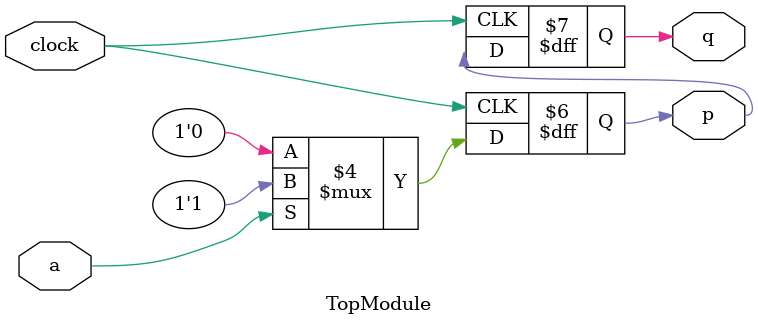
<source format=sv>
module TopModule (
    input logic clock,
    input logic a,
    output logic p,
    output logic q
);

    initial begin
        p = 1'b0;
        q = 1'b0;
    end

    always @(posedge clock) begin
        if (a)
            p <= 1'b1;
        else
            p <= 1'b0;
        q <= p;
    end
endmodule
</source>
